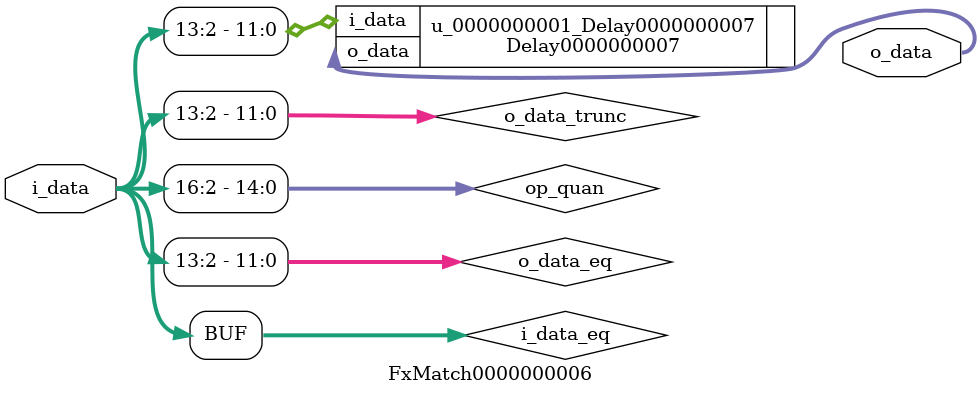
<source format=v>
 module FxMatch0000000006 (
     i_data, o_data
 );
 input wire [17-1:0] i_data;     // Input data
 output wire [12-1:0] o_data;   // Output data
 //
 wire [17-1:0] i_data_eq;
 assign i_data_eq = i_data;
 wire [12-1:0] o_data_eq;
 // Quantization Stage
 wire [15-1:0] op_quan; // Quantization output
 assign op_quan = i_data_eq[17-1:2];
 // Overflow Stage
 // Overflow protection
 assign o_data_eq = op_quan[12-1:0];
 wire [12-1:0] o_data_trunc;
 assign o_data_trunc = o_data_eq;
Delay0000000007  u_0000000001_Delay0000000007(.i_data(o_data_trunc), .o_data(o_data));
 endmodule

</source>
